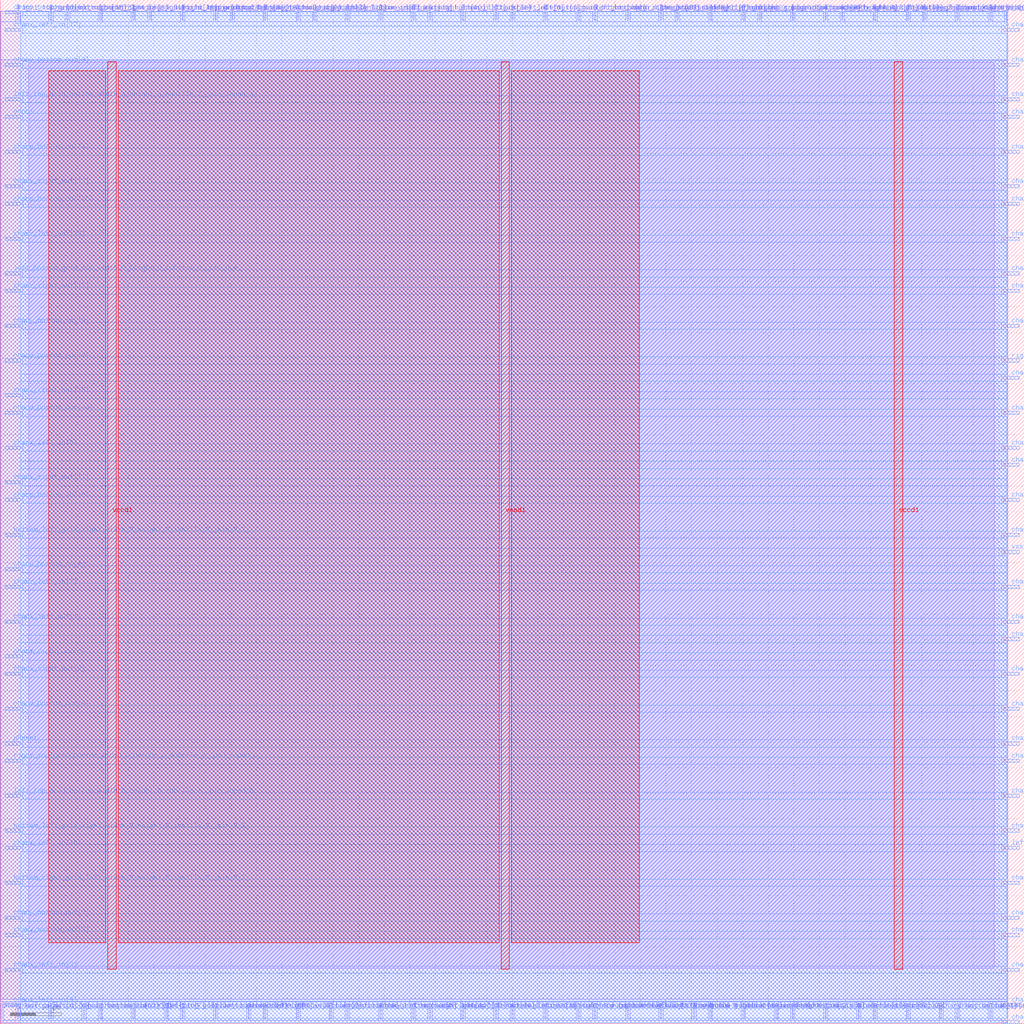
<source format=lef>
VERSION 5.7 ;
  NOWIREEXTENSIONATPIN ON ;
  DIVIDERCHAR "/" ;
  BUSBITCHARS "[]" ;
MACRO sb_1__4_
  CLASS BLOCK ;
  FOREIGN sb_1__4_ ;
  ORIGIN 0.000 0.000 ;
  SIZE 200.000 BY 200.000 ;
  PIN bottom_left_grid_right_width_0_height_0_subtile_0__pin_O_1_
    DIRECTION INPUT ;
    USE SIGNAL ;
    PORT
      LAYER met3 ;
        RECT 1.000 95.240 4.000 95.840 ;
    END
  END bottom_left_grid_right_width_0_height_0_subtile_0__pin_O_1_
  PIN bottom_left_grid_right_width_0_height_0_subtile_0__pin_O_5_
    DIRECTION INPUT ;
    USE SIGNAL ;
    PORT
      LAYER met3 ;
        RECT 1.000 37.440 4.000 38.040 ;
    END
  END bottom_left_grid_right_width_0_height_0_subtile_0__pin_O_5_
  PIN bottom_right_grid_left_width_0_height_0_subtile_0__pin_O_3_
    DIRECTION INPUT ;
    USE SIGNAL ;
    PORT
      LAYER met2 ;
        RECT 25.850 196.000 26.130 199.000 ;
    END
  END bottom_right_grid_left_width_0_height_0_subtile_0__pin_O_3_
  PIN bottom_right_grid_left_width_0_height_0_subtile_0__pin_O_7_
    DIRECTION INPUT ;
    USE SIGNAL ;
    PORT
      LAYER met3 ;
        RECT 1.000 27.240 4.000 27.840 ;
    END
  END bottom_right_grid_left_width_0_height_0_subtile_0__pin_O_7_
  PIN ccff_head
    DIRECTION INPUT ;
    USE SIGNAL ;
    PORT
      LAYER met2 ;
        RECT 177.190 1.000 177.470 4.000 ;
    END
  END ccff_head
  PIN ccff_tail
    DIRECTION OUTPUT TRISTATE ;
    USE SIGNAL ;
    PORT
      LAYER met2 ;
        RECT 128.890 1.000 129.170 4.000 ;
    END
  END ccff_tail
  PIN chanx_left_in[0]
    DIRECTION INPUT ;
    USE SIGNAL ;
    PORT
      LAYER met3 ;
        RECT 1.000 112.240 4.000 112.840 ;
    END
  END chanx_left_in[0]
  PIN chanx_left_in[10]
    DIRECTION INPUT ;
    USE SIGNAL ;
    PORT
      LAYER met3 ;
        RECT 1.000 34.040 4.000 34.640 ;
    END
  END chanx_left_in[10]
  PIN chanx_left_in[11]
    DIRECTION INPUT ;
    USE SIGNAL ;
    PORT
      LAYER met2 ;
        RECT 90.250 196.000 90.530 199.000 ;
    END
  END chanx_left_in[11]
  PIN chanx_left_in[12]
    DIRECTION INPUT ;
    USE SIGNAL ;
    PORT
      LAYER met3 ;
        RECT 1.000 193.840 4.000 194.440 ;
    END
  END chanx_left_in[12]
  PIN chanx_left_in[13]
    DIRECTION INPUT ;
    USE SIGNAL ;
    PORT
      LAYER met2 ;
        RECT 64.490 1.000 64.770 4.000 ;
    END
  END chanx_left_in[13]
  PIN chanx_left_in[14]
    DIRECTION INPUT ;
    USE SIGNAL ;
    PORT
      LAYER met2 ;
        RECT 144.990 1.000 145.270 4.000 ;
    END
  END chanx_left_in[14]
  PIN chanx_left_in[15]
    DIRECTION INPUT ;
    USE SIGNAL ;
    PORT
      LAYER met2 ;
        RECT 128.890 196.000 129.170 199.000 ;
    END
  END chanx_left_in[15]
  PIN chanx_left_in[16]
    DIRECTION INPUT ;
    USE SIGNAL ;
    PORT
      LAYER met2 ;
        RECT 29.070 196.000 29.350 199.000 ;
    END
  END chanx_left_in[16]
  PIN chanx_left_in[17]
    DIRECTION INPUT ;
    USE SIGNAL ;
    PORT
      LAYER met2 ;
        RECT 122.450 1.000 122.730 4.000 ;
    END
  END chanx_left_in[17]
  PIN chanx_left_in[18]
    DIRECTION INPUT ;
    USE SIGNAL ;
    PORT
      LAYER met2 ;
        RECT 45.170 196.000 45.450 199.000 ;
    END
  END chanx_left_in[18]
  PIN chanx_left_in[1]
    DIRECTION INPUT ;
    USE SIGNAL ;
    PORT
      LAYER met2 ;
        RECT 99.910 1.000 100.190 4.000 ;
    END
  END chanx_left_in[1]
  PIN chanx_left_in[2]
    DIRECTION INPUT ;
    USE SIGNAL ;
    PORT
      LAYER met3 ;
        RECT 1.000 85.040 4.000 85.640 ;
    END
  END chanx_left_in[2]
  PIN chanx_left_in[3]
    DIRECTION INPUT ;
    USE SIGNAL ;
    PORT
      LAYER met3 ;
        RECT 1.000 10.240 4.000 10.840 ;
    END
  END chanx_left_in[3]
  PIN chanx_left_in[4]
    DIRECTION INPUT ;
    USE SIGNAL ;
    PORT
      LAYER met2 ;
        RECT 138.550 196.000 138.830 199.000 ;
    END
  END chanx_left_in[4]
  PIN chanx_left_in[5]
    DIRECTION INPUT ;
    USE SIGNAL ;
    PORT
      LAYER met2 ;
        RECT 58.050 1.000 58.330 4.000 ;
    END
  END chanx_left_in[5]
  PIN chanx_left_in[6]
    DIRECTION INPUT ;
    USE SIGNAL ;
    PORT
      LAYER met3 ;
        RECT 196.000 159.840 199.000 160.440 ;
    END
  END chanx_left_in[6]
  PIN chanx_left_in[7]
    DIRECTION INPUT ;
    USE SIGNAL ;
    PORT
      LAYER met3 ;
        RECT 196.000 136.040 199.000 136.640 ;
    END
  END chanx_left_in[7]
  PIN chanx_left_in[8]
    DIRECTION INPUT ;
    USE SIGNAL ;
    PORT
      LAYER met2 ;
        RECT 48.390 1.000 48.670 4.000 ;
    END
  END chanx_left_in[8]
  PIN chanx_left_in[9]
    DIRECTION INPUT ;
    USE SIGNAL ;
    PORT
      LAYER met3 ;
        RECT 1.000 3.440 4.000 4.040 ;
    END
  END chanx_left_in[9]
  PIN chanx_left_out[0]
    DIRECTION OUTPUT TRISTATE ;
    USE SIGNAL ;
    PORT
      LAYER met3 ;
        RECT 196.000 44.240 199.000 44.840 ;
    END
  END chanx_left_out[0]
  PIN chanx_left_out[10]
    DIRECTION OUTPUT TRISTATE ;
    USE SIGNAL ;
    PORT
      LAYER met2 ;
        RECT 74.150 196.000 74.430 199.000 ;
    END
  END chanx_left_out[10]
  PIN chanx_left_out[11]
    DIRECTION OUTPUT TRISTATE ;
    USE SIGNAL ;
    PORT
      LAYER met3 ;
        RECT 196.000 153.040 199.000 153.640 ;
    END
  END chanx_left_out[11]
  PIN chanx_left_out[12]
    DIRECTION OUTPUT TRISTATE ;
    USE SIGNAL ;
    PORT
      LAYER met3 ;
        RECT 196.000 142.840 199.000 143.440 ;
    END
  END chanx_left_out[12]
  PIN chanx_left_out[13]
    DIRECTION OUTPUT TRISTATE ;
    USE SIGNAL ;
    PORT
      LAYER met2 ;
        RECT 161.090 196.000 161.370 199.000 ;
    END
  END chanx_left_out[13]
  PIN chanx_left_out[14]
    DIRECTION OUTPUT TRISTATE ;
    USE SIGNAL ;
    PORT
      LAYER met2 ;
        RECT 90.250 1.000 90.530 4.000 ;
    END
  END chanx_left_out[14]
  PIN chanx_left_out[15]
    DIRECTION OUTPUT TRISTATE ;
    USE SIGNAL ;
    PORT
      LAYER met2 ;
        RECT 180.410 196.000 180.690 199.000 ;
    END
  END chanx_left_out[15]
  PIN chanx_left_out[16]
    DIRECTION OUTPUT TRISTATE ;
    USE SIGNAL ;
    PORT
      LAYER met3 ;
        RECT 196.000 61.240 199.000 61.840 ;
    END
  END chanx_left_out[16]
  PIN chanx_left_out[17]
    DIRECTION OUTPUT TRISTATE ;
    USE SIGNAL ;
    PORT
      LAYER met2 ;
        RECT 167.530 1.000 167.810 4.000 ;
    END
  END chanx_left_out[17]
  PIN chanx_left_out[18]
    DIRECTION OUTPUT TRISTATE ;
    USE SIGNAL ;
    PORT
      LAYER met3 ;
        RECT 1.000 153.040 4.000 153.640 ;
    END
  END chanx_left_out[18]
  PIN chanx_left_out[1]
    DIRECTION OUTPUT TRISTATE ;
    USE SIGNAL ;
    PORT
      LAYER met3 ;
        RECT 1.000 78.240 4.000 78.840 ;
    END
  END chanx_left_out[1]
  PIN chanx_left_out[2]
    DIRECTION OUTPUT TRISTATE ;
    USE SIGNAL ;
    PORT
      LAYER met3 ;
        RECT 196.000 10.240 199.000 10.840 ;
    END
  END chanx_left_out[2]
  PIN chanx_left_out[3]
    DIRECTION OUTPUT TRISTATE ;
    USE SIGNAL ;
    PORT
      LAYER met2 ;
        RECT 99.910 196.000 100.190 199.000 ;
    END
  END chanx_left_out[3]
  PIN chanx_left_out[4]
    DIRECTION OUTPUT TRISTATE ;
    USE SIGNAL ;
    PORT
      LAYER met3 ;
        RECT 196.000 176.840 199.000 177.440 ;
    END
  END chanx_left_out[4]
  PIN chanx_left_out[5]
    DIRECTION OUTPUT TRISTATE ;
    USE SIGNAL ;
    PORT
      LAYER met3 ;
        RECT 196.000 0.040 199.000 0.640 ;
    END
  END chanx_left_out[5]
  PIN chanx_left_out[6]
    DIRECTION OUTPUT TRISTATE ;
    USE SIGNAL ;
    PORT
      LAYER met2 ;
        RECT 96.690 196.000 96.970 199.000 ;
    END
  END chanx_left_out[6]
  PIN chanx_left_out[7]
    DIRECTION OUTPUT TRISTATE ;
    USE SIGNAL ;
    PORT
      LAYER met2 ;
        RECT 170.750 1.000 171.030 4.000 ;
    END
  END chanx_left_out[7]
  PIN chanx_left_out[8]
    DIRECTION OUTPUT TRISTATE ;
    USE SIGNAL ;
    PORT
      LAYER met2 ;
        RECT 154.650 196.000 154.930 199.000 ;
    END
  END chanx_left_out[8]
  PIN chanx_left_out[9]
    DIRECTION OUTPUT TRISTATE ;
    USE SIGNAL ;
    PORT
      LAYER met2 ;
        RECT 170.750 196.000 171.030 199.000 ;
    END
  END chanx_left_out[9]
  PIN chanx_right_in[0]
    DIRECTION INPUT ;
    USE SIGNAL ;
    PORT
      LAYER met3 ;
        RECT 196.000 187.040 199.000 187.640 ;
    END
  END chanx_right_in[0]
  PIN chanx_right_in[10]
    DIRECTION INPUT ;
    USE SIGNAL ;
    PORT
      LAYER met2 ;
        RECT 80.590 196.000 80.870 199.000 ;
    END
  END chanx_right_in[10]
  PIN chanx_right_in[11]
    DIRECTION INPUT ;
    USE SIGNAL ;
    PORT
      LAYER met3 ;
        RECT 196.000 54.440 199.000 55.040 ;
    END
  END chanx_right_in[11]
  PIN chanx_right_in[12]
    DIRECTION INPUT ;
    USE SIGNAL ;
    PORT
      LAYER met3 ;
        RECT 196.000 68.040 199.000 68.640 ;
    END
  END chanx_right_in[12]
  PIN chanx_right_in[13]
    DIRECTION INPUT ;
    USE SIGNAL ;
    PORT
      LAYER met3 ;
        RECT 196.000 95.240 199.000 95.840 ;
    END
  END chanx_right_in[13]
  PIN chanx_right_in[14]
    DIRECTION INPUT ;
    USE SIGNAL ;
    PORT
      LAYER met2 ;
        RECT 138.550 1.000 138.830 4.000 ;
    END
  END chanx_right_in[14]
  PIN chanx_right_in[15]
    DIRECTION INPUT ;
    USE SIGNAL ;
    PORT
      LAYER met3 ;
        RECT 196.000 193.840 199.000 194.440 ;
    END
  END chanx_right_in[15]
  PIN chanx_right_in[16]
    DIRECTION INPUT ;
    USE SIGNAL ;
    PORT
      LAYER met3 ;
        RECT 196.000 163.240 199.000 163.840 ;
    END
  END chanx_right_in[16]
  PIN chanx_right_in[17]
    DIRECTION INPUT ;
    USE SIGNAL ;
    PORT
      LAYER met2 ;
        RECT 122.450 196.000 122.730 199.000 ;
    END
  END chanx_right_in[17]
  PIN chanx_right_in[18]
    DIRECTION INPUT ;
    USE SIGNAL ;
    PORT
      LAYER met2 ;
        RECT 61.270 196.000 61.550 199.000 ;
    END
  END chanx_right_in[18]
  PIN chanx_right_in[1]
    DIRECTION INPUT ;
    USE SIGNAL ;
    PORT
      LAYER met3 ;
        RECT 196.000 119.040 199.000 119.640 ;
    END
  END chanx_right_in[1]
  PIN chanx_right_in[2]
    DIRECTION INPUT ;
    USE SIGNAL ;
    PORT
      LAYER met2 ;
        RECT 41.950 196.000 42.230 199.000 ;
    END
  END chanx_right_in[2]
  PIN chanx_right_in[3]
    DIRECTION INPUT ;
    USE SIGNAL ;
    PORT
      LAYER met2 ;
        RECT 58.050 196.000 58.330 199.000 ;
    END
  END chanx_right_in[3]
  PIN chanx_right_in[4]
    DIRECTION INPUT ;
    USE SIGNAL ;
    PORT
      LAYER met2 ;
        RECT 112.790 196.000 113.070 199.000 ;
    END
  END chanx_right_in[4]
  PIN chanx_right_in[5]
    DIRECTION INPUT ;
    USE SIGNAL ;
    PORT
      LAYER met2 ;
        RECT 51.610 1.000 51.890 4.000 ;
    END
  END chanx_right_in[5]
  PIN chanx_right_in[6]
    DIRECTION INPUT ;
    USE SIGNAL ;
    PORT
      LAYER met2 ;
        RECT 12.970 196.000 13.250 199.000 ;
    END
  END chanx_right_in[6]
  PIN chanx_right_in[7]
    DIRECTION INPUT ;
    USE SIGNAL ;
    PORT
      LAYER met3 ;
        RECT 196.000 74.840 199.000 75.440 ;
    END
  END chanx_right_in[7]
  PIN chanx_right_in[8]
    DIRECTION INPUT ;
    USE SIGNAL ;
    PORT
      LAYER met2 ;
        RECT 19.410 196.000 19.690 199.000 ;
    END
  END chanx_right_in[8]
  PIN chanx_right_in[9]
    DIRECTION INPUT ;
    USE SIGNAL ;
    PORT
      LAYER met3 ;
        RECT 196.000 3.440 199.000 4.040 ;
    END
  END chanx_right_in[9]
  PIN chanx_right_out[0]
    DIRECTION OUTPUT TRISTATE ;
    USE SIGNAL ;
    PORT
      LAYER met3 ;
        RECT 1.000 71.440 4.000 72.040 ;
    END
  END chanx_right_out[0]
  PIN chanx_right_out[10]
    DIRECTION OUTPUT TRISTATE ;
    USE SIGNAL ;
    PORT
      LAYER met3 ;
        RECT 196.000 37.440 199.000 38.040 ;
    END
  END chanx_right_out[10]
  PIN chanx_right_out[11]
    DIRECTION OUTPUT TRISTATE ;
    USE SIGNAL ;
    PORT
      LAYER met3 ;
        RECT 1.000 142.840 4.000 143.440 ;
    END
  END chanx_right_out[11]
  PIN chanx_right_out[12]
    DIRECTION OUTPUT TRISTATE ;
    USE SIGNAL ;
    PORT
      LAYER met2 ;
        RECT 83.810 1.000 84.090 4.000 ;
    END
  END chanx_right_out[12]
  PIN chanx_right_out[13]
    DIRECTION OUTPUT TRISTATE ;
    USE SIGNAL ;
    PORT
      LAYER met3 ;
        RECT 1.000 105.440 4.000 106.040 ;
    END
  END chanx_right_out[13]
  PIN chanx_right_out[14]
    DIRECTION OUTPUT TRISTATE ;
    USE SIGNAL ;
    PORT
      LAYER met2 ;
        RECT 80.590 1.000 80.870 4.000 ;
    END
  END chanx_right_out[14]
  PIN chanx_right_out[15]
    DIRECTION OUTPUT TRISTATE ;
    USE SIGNAL ;
    PORT
      LAYER met3 ;
        RECT 1.000 122.440 4.000 123.040 ;
    END
  END chanx_right_out[15]
  PIN chanx_right_out[16]
    DIRECTION OUTPUT TRISTATE ;
    USE SIGNAL ;
    PORT
      LAYER met2 ;
        RECT 164.310 196.000 164.590 199.000 ;
    END
  END chanx_right_out[16]
  PIN chanx_right_out[17]
    DIRECTION OUTPUT TRISTATE ;
    USE SIGNAL ;
    PORT
      LAYER met3 ;
        RECT 1.000 163.240 4.000 163.840 ;
    END
  END chanx_right_out[17]
  PIN chanx_right_out[18]
    DIRECTION OUTPUT TRISTATE ;
    USE SIGNAL ;
    PORT
      LAYER met2 ;
        RECT 151.430 1.000 151.710 4.000 ;
    END
  END chanx_right_out[18]
  PIN chanx_right_out[1]
    DIRECTION OUTPUT TRISTATE ;
    USE SIGNAL ;
    PORT
      LAYER met3 ;
        RECT 196.000 125.840 199.000 126.440 ;
    END
  END chanx_right_out[1]
  PIN chanx_right_out[2]
    DIRECTION OUTPUT TRISTATE ;
    USE SIGNAL ;
    PORT
      LAYER met3 ;
        RECT 196.000 27.240 199.000 27.840 ;
    END
  END chanx_right_out[2]
  PIN chanx_right_out[3]
    DIRECTION OUTPUT TRISTATE ;
    USE SIGNAL ;
    PORT
      LAYER met2 ;
        RECT 132.110 196.000 132.390 199.000 ;
    END
  END chanx_right_out[3]
  PIN chanx_right_out[4]
    DIRECTION OUTPUT TRISTATE ;
    USE SIGNAL ;
    PORT
      LAYER met2 ;
        RECT 196.510 196.000 196.790 199.000 ;
    END
  END chanx_right_out[4]
  PIN chanx_right_out[5]
    DIRECTION OUTPUT TRISTATE ;
    USE SIGNAL ;
    PORT
      LAYER met2 ;
        RECT 186.850 196.000 187.130 199.000 ;
    END
  END chanx_right_out[5]
  PIN chanx_right_out[6]
    DIRECTION OUTPUT TRISTATE ;
    USE SIGNAL ;
    PORT
      LAYER met2 ;
        RECT 3.310 1.000 3.590 4.000 ;
    END
  END chanx_right_out[6]
  PIN chanx_right_out[7]
    DIRECTION OUTPUT TRISTATE ;
    USE SIGNAL ;
    PORT
      LAYER met2 ;
        RECT 25.850 1.000 26.130 4.000 ;
    END
  END chanx_right_out[7]
  PIN chanx_right_out[8]
    DIRECTION OUTPUT TRISTATE ;
    USE SIGNAL ;
    PORT
      LAYER met2 ;
        RECT 193.290 1.000 193.570 4.000 ;
    END
  END chanx_right_out[8]
  PIN chanx_right_out[9]
    DIRECTION OUTPUT TRISTATE ;
    USE SIGNAL ;
    PORT
      LAYER met3 ;
        RECT 1.000 68.040 4.000 68.640 ;
    END
  END chanx_right_out[9]
  PIN chany_bottom_in[0]
    DIRECTION INPUT ;
    USE SIGNAL ;
    PORT
      LAYER met3 ;
        RECT 196.000 108.840 199.000 109.440 ;
    END
  END chany_bottom_in[0]
  PIN chany_bottom_in[10]
    DIRECTION INPUT ;
    USE SIGNAL ;
    PORT
      LAYER met3 ;
        RECT 196.000 78.240 199.000 78.840 ;
    END
  END chany_bottom_in[10]
  PIN chany_bottom_in[11]
    DIRECTION INPUT ;
    USE SIGNAL ;
    PORT
      LAYER met2 ;
        RECT 83.810 196.000 84.090 199.000 ;
    END
  END chany_bottom_in[11]
  PIN chany_bottom_in[12]
    DIRECTION INPUT ;
    USE SIGNAL ;
    PORT
      LAYER met2 ;
        RECT 16.190 1.000 16.470 4.000 ;
    END
  END chany_bottom_in[12]
  PIN chany_bottom_in[13]
    DIRECTION INPUT ;
    USE SIGNAL ;
    PORT
      LAYER met3 ;
        RECT 196.000 17.040 199.000 17.640 ;
    END
  END chany_bottom_in[13]
  PIN chany_bottom_in[14]
    DIRECTION INPUT ;
    USE SIGNAL ;
    PORT
      LAYER met3 ;
        RECT 196.000 85.040 199.000 85.640 ;
    END
  END chany_bottom_in[14]
  PIN chany_bottom_in[15]
    DIRECTION INPUT ;
    USE SIGNAL ;
    PORT
      LAYER met3 ;
        RECT 1.000 136.040 4.000 136.640 ;
    END
  END chany_bottom_in[15]
  PIN chany_bottom_in[16]
    DIRECTION INPUT ;
    USE SIGNAL ;
    PORT
      LAYER met2 ;
        RECT 9.750 196.000 10.030 199.000 ;
    END
  END chany_bottom_in[16]
  PIN chany_bottom_in[17]
    DIRECTION INPUT ;
    USE SIGNAL ;
    PORT
      LAYER met3 ;
        RECT 1.000 129.240 4.000 129.840 ;
    END
  END chany_bottom_in[17]
  PIN chany_bottom_in[18]
    DIRECTION INPUT ;
    USE SIGNAL ;
    PORT
      LAYER met3 ;
        RECT 1.000 102.040 4.000 102.640 ;
    END
  END chany_bottom_in[18]
  PIN chany_bottom_in[1]
    DIRECTION INPUT ;
    USE SIGNAL ;
    PORT
      LAYER met3 ;
        RECT 1.000 197.240 4.000 197.840 ;
    END
  END chany_bottom_in[1]
  PIN chany_bottom_in[2]
    DIRECTION INPUT ;
    USE SIGNAL ;
    PORT
      LAYER met2 ;
        RECT 193.290 196.000 193.570 199.000 ;
    END
  END chany_bottom_in[2]
  PIN chany_bottom_in[3]
    DIRECTION INPUT ;
    USE SIGNAL ;
    PORT
      LAYER met2 ;
        RECT 41.950 1.000 42.230 4.000 ;
    END
  END chany_bottom_in[3]
  PIN chany_bottom_in[4]
    DIRECTION INPUT ;
    USE SIGNAL ;
    PORT
      LAYER met3 ;
        RECT 1.000 88.440 4.000 89.040 ;
    END
  END chany_bottom_in[4]
  PIN chany_bottom_in[5]
    DIRECTION INPUT ;
    USE SIGNAL ;
    PORT
      LAYER met2 ;
        RECT 116.010 1.000 116.290 4.000 ;
    END
  END chany_bottom_in[5]
  PIN chany_bottom_in[6]
    DIRECTION INPUT ;
    USE SIGNAL ;
    PORT
      LAYER met2 ;
        RECT 186.850 1.000 187.130 4.000 ;
    END
  END chany_bottom_in[6]
  PIN chany_bottom_in[7]
    DIRECTION INPUT ;
    USE SIGNAL ;
    PORT
      LAYER met2 ;
        RECT 67.710 196.000 67.990 199.000 ;
    END
  END chany_bottom_in[7]
  PIN chany_bottom_in[8]
    DIRECTION INPUT ;
    USE SIGNAL ;
    PORT
      LAYER met2 ;
        RECT 154.650 1.000 154.930 4.000 ;
    END
  END chany_bottom_in[8]
  PIN chany_bottom_in[9]
    DIRECTION INPUT ;
    USE SIGNAL ;
    PORT
      LAYER met2 ;
        RECT 19.410 1.000 19.690 4.000 ;
    END
  END chany_bottom_in[9]
  PIN chany_bottom_out[0]
    DIRECTION OUTPUT TRISTATE ;
    USE SIGNAL ;
    PORT
      LAYER met2 ;
        RECT 74.150 1.000 74.430 4.000 ;
    END
  END chany_bottom_out[0]
  PIN chany_bottom_out[10]
    DIRECTION OUTPUT TRISTATE ;
    USE SIGNAL ;
    PORT
      LAYER met3 ;
        RECT 196.000 20.440 199.000 21.040 ;
    END
  END chany_bottom_out[10]
  PIN chany_bottom_out[11]
    DIRECTION OUTPUT TRISTATE ;
    USE SIGNAL ;
    PORT
      LAYER met3 ;
        RECT 196.000 146.240 199.000 146.840 ;
    END
  END chany_bottom_out[11]
  PIN chany_bottom_out[12]
    DIRECTION OUTPUT TRISTATE ;
    USE SIGNAL ;
    PORT
      LAYER met3 ;
        RECT 196.000 102.040 199.000 102.640 ;
    END
  END chany_bottom_out[12]
  PIN chany_bottom_out[13]
    DIRECTION OUTPUT TRISTATE ;
    USE SIGNAL ;
    PORT
      LAYER met2 ;
        RECT 161.090 1.000 161.370 4.000 ;
    END
  END chany_bottom_out[13]
  PIN chany_bottom_out[14]
    DIRECTION OUTPUT TRISTATE ;
    USE SIGNAL ;
    PORT
      LAYER met3 ;
        RECT 1.000 119.040 4.000 119.640 ;
    END
  END chany_bottom_out[14]
  PIN chany_bottom_out[15]
    DIRECTION OUTPUT TRISTATE ;
    USE SIGNAL ;
    PORT
      LAYER met3 ;
        RECT 196.000 51.040 199.000 51.640 ;
    END
  END chany_bottom_out[15]
  PIN chany_bottom_out[16]
    DIRECTION OUTPUT TRISTATE ;
    USE SIGNAL ;
    PORT
      LAYER met3 ;
        RECT 1.000 159.840 4.000 160.440 ;
    END
  END chany_bottom_out[16]
  PIN chany_bottom_out[17]
    DIRECTION OUTPUT TRISTATE ;
    USE SIGNAL ;
    PORT
      LAYER met3 ;
        RECT 196.000 112.240 199.000 112.840 ;
    END
  END chany_bottom_out[17]
  PIN chany_bottom_out[18]
    DIRECTION OUTPUT TRISTATE ;
    USE SIGNAL ;
    PORT
      LAYER met3 ;
        RECT 196.000 170.040 199.000 170.640 ;
    END
  END chany_bottom_out[18]
  PIN chany_bottom_out[1]
    DIRECTION OUTPUT TRISTATE ;
    USE SIGNAL ;
    PORT
      LAYER met2 ;
        RECT 183.630 1.000 183.910 4.000 ;
    END
  END chany_bottom_out[1]
  PIN chany_bottom_out[2]
    DIRECTION OUTPUT TRISTATE ;
    USE SIGNAL ;
    PORT
      LAYER met3 ;
        RECT 196.000 180.240 199.000 180.840 ;
    END
  END chany_bottom_out[2]
  PIN chany_bottom_out[3]
    DIRECTION OUTPUT TRISTATE ;
    USE SIGNAL ;
    PORT
      LAYER met3 ;
        RECT 1.000 61.240 4.000 61.840 ;
    END
  END chany_bottom_out[3]
  PIN chany_bottom_out[4]
    DIRECTION OUTPUT TRISTATE ;
    USE SIGNAL ;
    PORT
      LAYER met3 ;
        RECT 1.000 170.040 4.000 170.640 ;
    END
  END chany_bottom_out[4]
  PIN chany_bottom_out[5]
    DIRECTION OUTPUT TRISTATE ;
    USE SIGNAL ;
    PORT
      LAYER met3 ;
        RECT 1.000 17.040 4.000 17.640 ;
    END
  END chany_bottom_out[5]
  PIN chany_bottom_out[6]
    DIRECTION OUTPUT TRISTATE ;
    USE SIGNAL ;
    PORT
      LAYER met2 ;
        RECT 0.090 1.000 0.370 4.000 ;
    END
  END chany_bottom_out[6]
  PIN chany_bottom_out[7]
    DIRECTION OUTPUT TRISTATE ;
    USE SIGNAL ;
    PORT
      LAYER met3 ;
        RECT 1.000 20.440 4.000 21.040 ;
    END
  END chany_bottom_out[7]
  PIN chany_bottom_out[8]
    DIRECTION OUTPUT TRISTATE ;
    USE SIGNAL ;
    PORT
      LAYER met3 ;
        RECT 1.000 187.040 4.000 187.640 ;
    END
  END chany_bottom_out[8]
  PIN chany_bottom_out[9]
    DIRECTION OUTPUT TRISTATE ;
    USE SIGNAL ;
    PORT
      LAYER met2 ;
        RECT 51.610 196.000 51.890 199.000 ;
    END
  END chany_bottom_out[9]
  PIN left_bottom_grid_top_width_0_height_0_subtile_0__pin_O_0_
    DIRECTION INPUT ;
    USE SIGNAL ;
    PORT
      LAYER met2 ;
        RECT 116.010 196.000 116.290 199.000 ;
    END
  END left_bottom_grid_top_width_0_height_0_subtile_0__pin_O_0_
  PIN left_bottom_grid_top_width_0_height_0_subtile_0__pin_O_4_
    DIRECTION INPUT ;
    USE SIGNAL ;
    PORT
      LAYER met3 ;
        RECT 1.000 146.240 4.000 146.840 ;
    END
  END left_bottom_grid_top_width_0_height_0_subtile_0__pin_O_4_
  PIN left_top_grid_bottom_width_0_height_0_subtile_0__pin_inpad_0_
    DIRECTION INPUT ;
    USE SIGNAL ;
    PORT
      LAYER met2 ;
        RECT 32.290 1.000 32.570 4.000 ;
    END
  END left_top_grid_bottom_width_0_height_0_subtile_0__pin_inpad_0_
  PIN left_top_grid_bottom_width_0_height_0_subtile_1__pin_inpad_0_
    DIRECTION INPUT ;
    USE SIGNAL ;
    PORT
      LAYER met2 ;
        RECT 9.750 1.000 10.030 4.000 ;
    END
  END left_top_grid_bottom_width_0_height_0_subtile_1__pin_inpad_0_
  PIN left_top_grid_bottom_width_0_height_0_subtile_2__pin_inpad_0_
    DIRECTION INPUT ;
    USE SIGNAL ;
    PORT
      LAYER met3 ;
        RECT 1.000 44.240 4.000 44.840 ;
    END
  END left_top_grid_bottom_width_0_height_0_subtile_2__pin_inpad_0_
  PIN left_top_grid_bottom_width_0_height_0_subtile_3__pin_inpad_0_
    DIRECTION INPUT ;
    USE SIGNAL ;
    PORT
      LAYER met2 ;
        RECT 106.350 196.000 106.630 199.000 ;
    END
  END left_top_grid_bottom_width_0_height_0_subtile_3__pin_inpad_0_
  PIN left_top_grid_bottom_width_0_height_0_subtile_4__pin_inpad_0_
    DIRECTION INPUT ;
    USE SIGNAL ;
    PORT
      LAYER met2 ;
        RECT 96.690 1.000 96.970 4.000 ;
    END
  END left_top_grid_bottom_width_0_height_0_subtile_4__pin_inpad_0_
  PIN left_top_grid_bottom_width_0_height_0_subtile_5__pin_inpad_0_
    DIRECTION INPUT ;
    USE SIGNAL ;
    PORT
      LAYER met2 ;
        RECT 177.190 196.000 177.470 199.000 ;
    END
  END left_top_grid_bottom_width_0_height_0_subtile_5__pin_inpad_0_
  PIN left_top_grid_bottom_width_0_height_0_subtile_6__pin_inpad_0_
    DIRECTION INPUT ;
    USE SIGNAL ;
    PORT
      LAYER met3 ;
        RECT 196.000 34.040 199.000 34.640 ;
    END
  END left_top_grid_bottom_width_0_height_0_subtile_6__pin_inpad_0_
  PIN left_top_grid_bottom_width_0_height_0_subtile_7__pin_inpad_0_
    DIRECTION INPUT ;
    USE SIGNAL ;
    PORT
      LAYER met3 ;
        RECT 1.000 180.240 4.000 180.840 ;
    END
  END left_top_grid_bottom_width_0_height_0_subtile_7__pin_inpad_0_
  PIN pReset
    DIRECTION INPUT ;
    USE SIGNAL ;
    PORT
      LAYER met3 ;
        RECT 1.000 54.440 4.000 55.040 ;
    END
  END pReset
  PIN prog_clk
    DIRECTION INPUT ;
    USE SIGNAL ;
    PORT
      LAYER met2 ;
        RECT 35.510 1.000 35.790 4.000 ;
    END
  END prog_clk
  PIN right_bottom_grid_top_width_0_height_0_subtile_0__pin_O_0_
    DIRECTION INPUT ;
    USE SIGNAL ;
    PORT
      LAYER met2 ;
        RECT 67.710 1.000 67.990 4.000 ;
    END
  END right_bottom_grid_top_width_0_height_0_subtile_0__pin_O_0_
  PIN right_bottom_grid_top_width_0_height_0_subtile_0__pin_O_4_
    DIRECTION INPUT ;
    USE SIGNAL ;
    PORT
      LAYER met2 ;
        RECT 106.350 1.000 106.630 4.000 ;
    END
  END right_bottom_grid_top_width_0_height_0_subtile_0__pin_O_4_
  PIN right_top_grid_bottom_width_0_height_0_subtile_0__pin_inpad_0_
    DIRECTION INPUT ;
    USE SIGNAL ;
    PORT
      LAYER met3 ;
        RECT 196.000 129.240 199.000 129.840 ;
    END
  END right_top_grid_bottom_width_0_height_0_subtile_0__pin_inpad_0_
  PIN right_top_grid_bottom_width_0_height_0_subtile_1__pin_inpad_0_
    DIRECTION INPUT ;
    USE SIGNAL ;
    PORT
      LAYER met2 ;
        RECT 112.790 1.000 113.070 4.000 ;
    END
  END right_top_grid_bottom_width_0_height_0_subtile_1__pin_inpad_0_
  PIN right_top_grid_bottom_width_0_height_0_subtile_2__pin_inpad_0_
    DIRECTION INPUT ;
    USE SIGNAL ;
    PORT
      LAYER met2 ;
        RECT 148.210 196.000 148.490 199.000 ;
    END
  END right_top_grid_bottom_width_0_height_0_subtile_2__pin_inpad_0_
  PIN right_top_grid_bottom_width_0_height_0_subtile_3__pin_inpad_0_
    DIRECTION INPUT ;
    USE SIGNAL ;
    PORT
      LAYER met2 ;
        RECT 144.990 196.000 145.270 199.000 ;
    END
  END right_top_grid_bottom_width_0_height_0_subtile_3__pin_inpad_0_
  PIN right_top_grid_bottom_width_0_height_0_subtile_4__pin_inpad_0_
    DIRECTION INPUT ;
    USE SIGNAL ;
    PORT
      LAYER met2 ;
        RECT 3.310 196.000 3.590 199.000 ;
    END
  END right_top_grid_bottom_width_0_height_0_subtile_4__pin_inpad_0_
  PIN right_top_grid_bottom_width_0_height_0_subtile_5__pin_inpad_0_
    DIRECTION INPUT ;
    USE SIGNAL ;
    PORT
      LAYER met2 ;
        RECT 35.510 196.000 35.790 199.000 ;
    END
  END right_top_grid_bottom_width_0_height_0_subtile_5__pin_inpad_0_
  PIN right_top_grid_bottom_width_0_height_0_subtile_6__pin_inpad_0_
    DIRECTION INPUT ;
    USE SIGNAL ;
    PORT
      LAYER met2 ;
        RECT 135.330 1.000 135.610 4.000 ;
    END
  END right_top_grid_bottom_width_0_height_0_subtile_6__pin_inpad_0_
  PIN right_top_grid_bottom_width_0_height_0_subtile_7__pin_inpad_0_
    DIRECTION INPUT ;
    USE SIGNAL ;
    PORT
      LAYER met3 ;
        RECT 1.000 51.040 4.000 51.640 ;
    END
  END right_top_grid_bottom_width_0_height_0_subtile_7__pin_inpad_0_
  PIN vccd1
    DIRECTION INOUT ;
    USE SIGNAL ;
    PORT
      LAYER met3 ;
        RECT 1.000 176.840 4.000 177.440 ;
    END
    PORT
      LAYER met4 ;
        RECT 21.040 10.640 22.640 187.920 ;
    END
    PORT
      LAYER met4 ;
        RECT 174.640 10.640 176.240 187.920 ;
    END
  END vccd1
  PIN vssd1
    DIRECTION INOUT ;
    USE SIGNAL ;
    PORT
      LAYER met3 ;
        RECT 196.000 91.840 199.000 92.440 ;
    END
    PORT
      LAYER met4 ;
        RECT 97.840 10.640 99.440 187.920 ;
    END
  END vssd1
  OBS
      LAYER li1 ;
        RECT 5.520 10.795 194.120 187.765 ;
      LAYER met1 ;
        RECT 0.070 4.800 196.810 188.320 ;
      LAYER met2 ;
        RECT 0.100 195.720 3.030 197.725 ;
        RECT 3.870 195.720 9.470 197.725 ;
        RECT 10.310 195.720 12.690 197.725 ;
        RECT 13.530 195.720 19.130 197.725 ;
        RECT 19.970 195.720 25.570 197.725 ;
        RECT 26.410 195.720 28.790 197.725 ;
        RECT 29.630 195.720 35.230 197.725 ;
        RECT 36.070 195.720 41.670 197.725 ;
        RECT 42.510 195.720 44.890 197.725 ;
        RECT 45.730 195.720 51.330 197.725 ;
        RECT 52.170 195.720 57.770 197.725 ;
        RECT 58.610 195.720 60.990 197.725 ;
        RECT 61.830 195.720 67.430 197.725 ;
        RECT 68.270 195.720 73.870 197.725 ;
        RECT 74.710 195.720 80.310 197.725 ;
        RECT 81.150 195.720 83.530 197.725 ;
        RECT 84.370 195.720 89.970 197.725 ;
        RECT 90.810 195.720 96.410 197.725 ;
        RECT 97.250 195.720 99.630 197.725 ;
        RECT 100.470 195.720 106.070 197.725 ;
        RECT 106.910 195.720 112.510 197.725 ;
        RECT 113.350 195.720 115.730 197.725 ;
        RECT 116.570 195.720 122.170 197.725 ;
        RECT 123.010 195.720 128.610 197.725 ;
        RECT 129.450 195.720 131.830 197.725 ;
        RECT 132.670 195.720 138.270 197.725 ;
        RECT 139.110 195.720 144.710 197.725 ;
        RECT 145.550 195.720 147.930 197.725 ;
        RECT 148.770 195.720 154.370 197.725 ;
        RECT 155.210 195.720 160.810 197.725 ;
        RECT 161.650 195.720 164.030 197.725 ;
        RECT 164.870 195.720 170.470 197.725 ;
        RECT 171.310 195.720 176.910 197.725 ;
        RECT 177.750 195.720 180.130 197.725 ;
        RECT 180.970 195.720 186.570 197.725 ;
        RECT 187.410 195.720 193.010 197.725 ;
        RECT 193.850 195.720 196.230 197.725 ;
        RECT 0.100 4.280 196.780 195.720 ;
        RECT 0.650 0.720 3.030 4.280 ;
        RECT 3.870 0.720 9.470 4.280 ;
        RECT 10.310 0.720 15.910 4.280 ;
        RECT 16.750 0.720 19.130 4.280 ;
        RECT 19.970 0.720 25.570 4.280 ;
        RECT 26.410 0.720 32.010 4.280 ;
        RECT 32.850 0.720 35.230 4.280 ;
        RECT 36.070 0.720 41.670 4.280 ;
        RECT 42.510 0.720 48.110 4.280 ;
        RECT 48.950 0.720 51.330 4.280 ;
        RECT 52.170 0.720 57.770 4.280 ;
        RECT 58.610 0.720 64.210 4.280 ;
        RECT 65.050 0.720 67.430 4.280 ;
        RECT 68.270 0.720 73.870 4.280 ;
        RECT 74.710 0.720 80.310 4.280 ;
        RECT 81.150 0.720 83.530 4.280 ;
        RECT 84.370 0.720 89.970 4.280 ;
        RECT 90.810 0.720 96.410 4.280 ;
        RECT 97.250 0.720 99.630 4.280 ;
        RECT 100.470 0.720 106.070 4.280 ;
        RECT 106.910 0.720 112.510 4.280 ;
        RECT 113.350 0.720 115.730 4.280 ;
        RECT 116.570 0.720 122.170 4.280 ;
        RECT 123.010 0.720 128.610 4.280 ;
        RECT 129.450 0.720 135.050 4.280 ;
        RECT 135.890 0.720 138.270 4.280 ;
        RECT 139.110 0.720 144.710 4.280 ;
        RECT 145.550 0.720 151.150 4.280 ;
        RECT 151.990 0.720 154.370 4.280 ;
        RECT 155.210 0.720 160.810 4.280 ;
        RECT 161.650 0.720 167.250 4.280 ;
        RECT 168.090 0.720 170.470 4.280 ;
        RECT 171.310 0.720 176.910 4.280 ;
        RECT 177.750 0.720 183.350 4.280 ;
        RECT 184.190 0.720 186.570 4.280 ;
        RECT 187.410 0.720 193.010 4.280 ;
        RECT 193.850 0.720 196.780 4.280 ;
        RECT 0.100 0.155 196.780 0.720 ;
      LAYER met3 ;
        RECT 4.400 196.840 196.570 197.705 ;
        RECT 4.000 194.840 196.570 196.840 ;
        RECT 4.400 193.440 195.600 194.840 ;
        RECT 4.000 188.040 196.570 193.440 ;
        RECT 4.400 186.640 195.600 188.040 ;
        RECT 4.000 181.240 196.570 186.640 ;
        RECT 4.400 179.840 195.600 181.240 ;
        RECT 4.000 177.840 196.570 179.840 ;
        RECT 4.400 176.440 195.600 177.840 ;
        RECT 4.000 171.040 196.570 176.440 ;
        RECT 4.400 169.640 195.600 171.040 ;
        RECT 4.000 164.240 196.570 169.640 ;
        RECT 4.400 162.840 195.600 164.240 ;
        RECT 4.000 160.840 196.570 162.840 ;
        RECT 4.400 159.440 195.600 160.840 ;
        RECT 4.000 154.040 196.570 159.440 ;
        RECT 4.400 152.640 195.600 154.040 ;
        RECT 4.000 147.240 196.570 152.640 ;
        RECT 4.400 145.840 195.600 147.240 ;
        RECT 4.000 143.840 196.570 145.840 ;
        RECT 4.400 142.440 195.600 143.840 ;
        RECT 4.000 137.040 196.570 142.440 ;
        RECT 4.400 135.640 195.600 137.040 ;
        RECT 4.000 130.240 196.570 135.640 ;
        RECT 4.400 128.840 195.600 130.240 ;
        RECT 4.000 126.840 196.570 128.840 ;
        RECT 4.000 125.440 195.600 126.840 ;
        RECT 4.000 123.440 196.570 125.440 ;
        RECT 4.400 122.040 196.570 123.440 ;
        RECT 4.000 120.040 196.570 122.040 ;
        RECT 4.400 118.640 195.600 120.040 ;
        RECT 4.000 113.240 196.570 118.640 ;
        RECT 4.400 111.840 195.600 113.240 ;
        RECT 4.000 109.840 196.570 111.840 ;
        RECT 4.000 108.440 195.600 109.840 ;
        RECT 4.000 106.440 196.570 108.440 ;
        RECT 4.400 105.040 196.570 106.440 ;
        RECT 4.000 103.040 196.570 105.040 ;
        RECT 4.400 101.640 195.600 103.040 ;
        RECT 4.000 96.240 196.570 101.640 ;
        RECT 4.400 94.840 195.600 96.240 ;
        RECT 4.000 92.840 196.570 94.840 ;
        RECT 4.000 91.440 195.600 92.840 ;
        RECT 4.000 89.440 196.570 91.440 ;
        RECT 4.400 88.040 196.570 89.440 ;
        RECT 4.000 86.040 196.570 88.040 ;
        RECT 4.400 84.640 195.600 86.040 ;
        RECT 4.000 79.240 196.570 84.640 ;
        RECT 4.400 77.840 195.600 79.240 ;
        RECT 4.000 75.840 196.570 77.840 ;
        RECT 4.000 74.440 195.600 75.840 ;
        RECT 4.000 72.440 196.570 74.440 ;
        RECT 4.400 71.040 196.570 72.440 ;
        RECT 4.000 69.040 196.570 71.040 ;
        RECT 4.400 67.640 195.600 69.040 ;
        RECT 4.000 62.240 196.570 67.640 ;
        RECT 4.400 60.840 195.600 62.240 ;
        RECT 4.000 55.440 196.570 60.840 ;
        RECT 4.400 54.040 195.600 55.440 ;
        RECT 4.000 52.040 196.570 54.040 ;
        RECT 4.400 50.640 195.600 52.040 ;
        RECT 4.000 45.240 196.570 50.640 ;
        RECT 4.400 43.840 195.600 45.240 ;
        RECT 4.000 38.440 196.570 43.840 ;
        RECT 4.400 37.040 195.600 38.440 ;
        RECT 4.000 35.040 196.570 37.040 ;
        RECT 4.400 33.640 195.600 35.040 ;
        RECT 4.000 28.240 196.570 33.640 ;
        RECT 4.400 26.840 195.600 28.240 ;
        RECT 4.000 21.440 196.570 26.840 ;
        RECT 4.400 20.040 195.600 21.440 ;
        RECT 4.000 18.040 196.570 20.040 ;
        RECT 4.400 16.640 195.600 18.040 ;
        RECT 4.000 11.240 196.570 16.640 ;
        RECT 4.400 9.840 195.600 11.240 ;
        RECT 4.000 4.440 196.570 9.840 ;
        RECT 4.400 3.040 195.600 4.440 ;
        RECT 4.000 1.040 196.570 3.040 ;
        RECT 4.000 0.175 195.600 1.040 ;
      LAYER met4 ;
        RECT 9.495 15.815 20.640 186.145 ;
        RECT 23.040 15.815 97.440 186.145 ;
        RECT 99.840 15.815 124.825 186.145 ;
  END
END sb_1__4_
END LIBRARY


</source>
